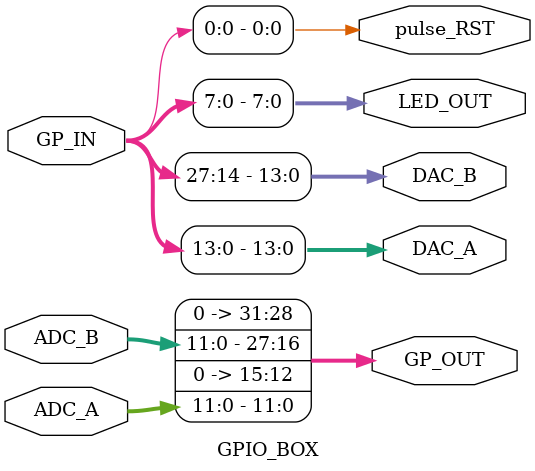
<source format=v>
module GPIO_BOX
#(
	parameter GPIO_WIDTH = 32,
	parameter ADC_WIDTH = 12,
	parameter DAC_WIDTH = 14,
	parameter LED_VAL_WIDTH = 8
)
(
	input [GPIO_WIDTH - 1:0] GP_IN,
	input [ADC_WIDTH - 1:0] ADC_A,
	input [ADC_WIDTH - 1:0] ADC_B,
	output [GPIO_WIDTH - 1:0] GP_OUT,
	output [DAC_WIDTH - 1:0] DAC_A,
	output [DAC_WIDTH - 1:0] DAC_B,
	output [LED_VAL_WIDTH - 1:0] LED_OUT, 
	output pulse_RST
);

	assign GP_OUT = {4'b0000, ADC_B, 4'b0000, ADC_A};
	assign DAC_A = GP_IN[DAC_WIDTH - 1:0];
	assign DAC_B = GP_IN[DAC_WIDTH + DAC_WIDTH - 1: DAC_WIDTH];
	assign pulse_RST = GP_IN[0];
	assign LED_OUT = GP_IN[LED_VAL_WIDTH - 1:0];
endmodule

</source>
